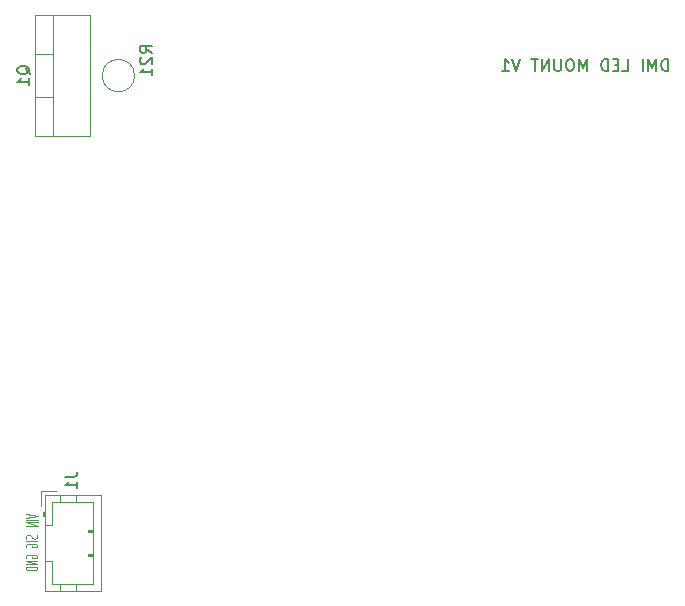
<source format=gbr>
%TF.GenerationSoftware,KiCad,Pcbnew,7.0.6*%
%TF.CreationDate,2024-08-08T10:20:05+01:00*%
%TF.ProjectId,DMI_LightBox,444d495f-4c69-4676-9874-426f782e6b69,rev?*%
%TF.SameCoordinates,Original*%
%TF.FileFunction,Legend,Bot*%
%TF.FilePolarity,Positive*%
%FSLAX46Y46*%
G04 Gerber Fmt 4.6, Leading zero omitted, Abs format (unit mm)*
G04 Created by KiCad (PCBNEW 7.0.6) date 2024-08-08 10:20:05*
%MOMM*%
%LPD*%
G01*
G04 APERTURE LIST*
%ADD10C,0.125000*%
%ADD11C,0.150000*%
%ADD12C,0.120000*%
G04 APERTURE END LIST*
D10*
X127699534Y-94246439D02*
X128699534Y-94413105D01*
X128699534Y-94413105D02*
X127699534Y-94579772D01*
X128699534Y-94746438D02*
X127699534Y-94746438D01*
X128699534Y-94984533D02*
X127699534Y-94984533D01*
X127699534Y-94984533D02*
X128699534Y-95270247D01*
X128699534Y-95270247D02*
X127699534Y-95270247D01*
D11*
X182035220Y-56765819D02*
X182035220Y-55765819D01*
X182035220Y-55765819D02*
X181797125Y-55765819D01*
X181797125Y-55765819D02*
X181654268Y-55813438D01*
X181654268Y-55813438D02*
X181559030Y-55908676D01*
X181559030Y-55908676D02*
X181511411Y-56003914D01*
X181511411Y-56003914D02*
X181463792Y-56194390D01*
X181463792Y-56194390D02*
X181463792Y-56337247D01*
X181463792Y-56337247D02*
X181511411Y-56527723D01*
X181511411Y-56527723D02*
X181559030Y-56622961D01*
X181559030Y-56622961D02*
X181654268Y-56718200D01*
X181654268Y-56718200D02*
X181797125Y-56765819D01*
X181797125Y-56765819D02*
X182035220Y-56765819D01*
X181035220Y-56765819D02*
X181035220Y-55765819D01*
X181035220Y-55765819D02*
X180701887Y-56480104D01*
X180701887Y-56480104D02*
X180368554Y-55765819D01*
X180368554Y-55765819D02*
X180368554Y-56765819D01*
X179892363Y-56765819D02*
X179892363Y-55765819D01*
X178178078Y-56765819D02*
X178654268Y-56765819D01*
X178654268Y-56765819D02*
X178654268Y-55765819D01*
X177844744Y-56242009D02*
X177511411Y-56242009D01*
X177368554Y-56765819D02*
X177844744Y-56765819D01*
X177844744Y-56765819D02*
X177844744Y-55765819D01*
X177844744Y-55765819D02*
X177368554Y-55765819D01*
X176939982Y-56765819D02*
X176939982Y-55765819D01*
X176939982Y-55765819D02*
X176701887Y-55765819D01*
X176701887Y-55765819D02*
X176559030Y-55813438D01*
X176559030Y-55813438D02*
X176463792Y-55908676D01*
X176463792Y-55908676D02*
X176416173Y-56003914D01*
X176416173Y-56003914D02*
X176368554Y-56194390D01*
X176368554Y-56194390D02*
X176368554Y-56337247D01*
X176368554Y-56337247D02*
X176416173Y-56527723D01*
X176416173Y-56527723D02*
X176463792Y-56622961D01*
X176463792Y-56622961D02*
X176559030Y-56718200D01*
X176559030Y-56718200D02*
X176701887Y-56765819D01*
X176701887Y-56765819D02*
X176939982Y-56765819D01*
X175178077Y-56765819D02*
X175178077Y-55765819D01*
X175178077Y-55765819D02*
X174844744Y-56480104D01*
X174844744Y-56480104D02*
X174511411Y-55765819D01*
X174511411Y-55765819D02*
X174511411Y-56765819D01*
X173844744Y-55765819D02*
X173654268Y-55765819D01*
X173654268Y-55765819D02*
X173559030Y-55813438D01*
X173559030Y-55813438D02*
X173463792Y-55908676D01*
X173463792Y-55908676D02*
X173416173Y-56099152D01*
X173416173Y-56099152D02*
X173416173Y-56432485D01*
X173416173Y-56432485D02*
X173463792Y-56622961D01*
X173463792Y-56622961D02*
X173559030Y-56718200D01*
X173559030Y-56718200D02*
X173654268Y-56765819D01*
X173654268Y-56765819D02*
X173844744Y-56765819D01*
X173844744Y-56765819D02*
X173939982Y-56718200D01*
X173939982Y-56718200D02*
X174035220Y-56622961D01*
X174035220Y-56622961D02*
X174082839Y-56432485D01*
X174082839Y-56432485D02*
X174082839Y-56099152D01*
X174082839Y-56099152D02*
X174035220Y-55908676D01*
X174035220Y-55908676D02*
X173939982Y-55813438D01*
X173939982Y-55813438D02*
X173844744Y-55765819D01*
X172987601Y-55765819D02*
X172987601Y-56575342D01*
X172987601Y-56575342D02*
X172939982Y-56670580D01*
X172939982Y-56670580D02*
X172892363Y-56718200D01*
X172892363Y-56718200D02*
X172797125Y-56765819D01*
X172797125Y-56765819D02*
X172606649Y-56765819D01*
X172606649Y-56765819D02*
X172511411Y-56718200D01*
X172511411Y-56718200D02*
X172463792Y-56670580D01*
X172463792Y-56670580D02*
X172416173Y-56575342D01*
X172416173Y-56575342D02*
X172416173Y-55765819D01*
X171939982Y-56765819D02*
X171939982Y-55765819D01*
X171939982Y-55765819D02*
X171368554Y-56765819D01*
X171368554Y-56765819D02*
X171368554Y-55765819D01*
X171035220Y-55765819D02*
X170463792Y-55765819D01*
X170749506Y-56765819D02*
X170749506Y-55765819D01*
X169511410Y-55765819D02*
X169178077Y-56765819D01*
X169178077Y-56765819D02*
X168844744Y-55765819D01*
X167987601Y-56765819D02*
X168559029Y-56765819D01*
X168273315Y-56765819D02*
X168273315Y-55765819D01*
X168273315Y-55765819D02*
X168368553Y-55908676D01*
X168368553Y-55908676D02*
X168463791Y-56003914D01*
X168463791Y-56003914D02*
X168559029Y-56051533D01*
D10*
X128601500Y-96062474D02*
X128649119Y-96133902D01*
X128649119Y-96133902D02*
X128649119Y-96252950D01*
X128649119Y-96252950D02*
X128601500Y-96300569D01*
X128601500Y-96300569D02*
X128553880Y-96324378D01*
X128553880Y-96324378D02*
X128458642Y-96348188D01*
X128458642Y-96348188D02*
X128363404Y-96348188D01*
X128363404Y-96348188D02*
X128268166Y-96324378D01*
X128268166Y-96324378D02*
X128220547Y-96300569D01*
X128220547Y-96300569D02*
X128172928Y-96252950D01*
X128172928Y-96252950D02*
X128125309Y-96157712D01*
X128125309Y-96157712D02*
X128077690Y-96110093D01*
X128077690Y-96110093D02*
X128030071Y-96086283D01*
X128030071Y-96086283D02*
X127934833Y-96062474D01*
X127934833Y-96062474D02*
X127839595Y-96062474D01*
X127839595Y-96062474D02*
X127744357Y-96086283D01*
X127744357Y-96086283D02*
X127696738Y-96110093D01*
X127696738Y-96110093D02*
X127649119Y-96157712D01*
X127649119Y-96157712D02*
X127649119Y-96276759D01*
X127649119Y-96276759D02*
X127696738Y-96348188D01*
X128649119Y-96562473D02*
X127649119Y-96562473D01*
X127696738Y-97062473D02*
X127649119Y-97014854D01*
X127649119Y-97014854D02*
X127649119Y-96943425D01*
X127649119Y-96943425D02*
X127696738Y-96871997D01*
X127696738Y-96871997D02*
X127791976Y-96824378D01*
X127791976Y-96824378D02*
X127887214Y-96800568D01*
X127887214Y-96800568D02*
X128077690Y-96776759D01*
X128077690Y-96776759D02*
X128220547Y-96776759D01*
X128220547Y-96776759D02*
X128411023Y-96800568D01*
X128411023Y-96800568D02*
X128506261Y-96824378D01*
X128506261Y-96824378D02*
X128601500Y-96871997D01*
X128601500Y-96871997D02*
X128649119Y-96943425D01*
X128649119Y-96943425D02*
X128649119Y-96991044D01*
X128649119Y-96991044D02*
X128601500Y-97062473D01*
X128601500Y-97062473D02*
X128553880Y-97086282D01*
X128553880Y-97086282D02*
X128220547Y-97086282D01*
X128220547Y-97086282D02*
X128220547Y-96991044D01*
X127696738Y-97999188D02*
X127649119Y-97951569D01*
X127649119Y-97951569D02*
X127649119Y-97880140D01*
X127649119Y-97880140D02*
X127696738Y-97808712D01*
X127696738Y-97808712D02*
X127791976Y-97761093D01*
X127791976Y-97761093D02*
X127887214Y-97737283D01*
X127887214Y-97737283D02*
X128077690Y-97713474D01*
X128077690Y-97713474D02*
X128220547Y-97713474D01*
X128220547Y-97713474D02*
X128411023Y-97737283D01*
X128411023Y-97737283D02*
X128506261Y-97761093D01*
X128506261Y-97761093D02*
X128601500Y-97808712D01*
X128601500Y-97808712D02*
X128649119Y-97880140D01*
X128649119Y-97880140D02*
X128649119Y-97927759D01*
X128649119Y-97927759D02*
X128601500Y-97999188D01*
X128601500Y-97999188D02*
X128553880Y-98022997D01*
X128553880Y-98022997D02*
X128220547Y-98022997D01*
X128220547Y-98022997D02*
X128220547Y-97927759D01*
X128649119Y-98237283D02*
X127649119Y-98237283D01*
X127649119Y-98237283D02*
X128649119Y-98522997D01*
X128649119Y-98522997D02*
X127649119Y-98522997D01*
X128649119Y-98761093D02*
X127649119Y-98761093D01*
X127649119Y-98761093D02*
X127649119Y-98880141D01*
X127649119Y-98880141D02*
X127696738Y-98951569D01*
X127696738Y-98951569D02*
X127791976Y-98999188D01*
X127791976Y-98999188D02*
X127887214Y-99022998D01*
X127887214Y-99022998D02*
X128077690Y-99046807D01*
X128077690Y-99046807D02*
X128220547Y-99046807D01*
X128220547Y-99046807D02*
X128411023Y-99022998D01*
X128411023Y-99022998D02*
X128506261Y-98999188D01*
X128506261Y-98999188D02*
X128601500Y-98951569D01*
X128601500Y-98951569D02*
X128649119Y-98880141D01*
X128649119Y-98880141D02*
X128649119Y-98761093D01*
D11*
X128035057Y-57054761D02*
X127987438Y-56959523D01*
X127987438Y-56959523D02*
X127892200Y-56864285D01*
X127892200Y-56864285D02*
X127749342Y-56721428D01*
X127749342Y-56721428D02*
X127701723Y-56626190D01*
X127701723Y-56626190D02*
X127701723Y-56530952D01*
X127939819Y-56578571D02*
X127892200Y-56483333D01*
X127892200Y-56483333D02*
X127796961Y-56388095D01*
X127796961Y-56388095D02*
X127606485Y-56340476D01*
X127606485Y-56340476D02*
X127273152Y-56340476D01*
X127273152Y-56340476D02*
X127082676Y-56388095D01*
X127082676Y-56388095D02*
X126987438Y-56483333D01*
X126987438Y-56483333D02*
X126939819Y-56578571D01*
X126939819Y-56578571D02*
X126939819Y-56769047D01*
X126939819Y-56769047D02*
X126987438Y-56864285D01*
X126987438Y-56864285D02*
X127082676Y-56959523D01*
X127082676Y-56959523D02*
X127273152Y-57007142D01*
X127273152Y-57007142D02*
X127606485Y-57007142D01*
X127606485Y-57007142D02*
X127796961Y-56959523D01*
X127796961Y-56959523D02*
X127892200Y-56864285D01*
X127892200Y-56864285D02*
X127939819Y-56769047D01*
X127939819Y-56769047D02*
X127939819Y-56578571D01*
X127939819Y-57959523D02*
X127939819Y-57388095D01*
X127939819Y-57673809D02*
X126939819Y-57673809D01*
X126939819Y-57673809D02*
X127082676Y-57578571D01*
X127082676Y-57578571D02*
X127177914Y-57483333D01*
X127177914Y-57483333D02*
X127225533Y-57388095D01*
X131026819Y-91106666D02*
X131741104Y-91106666D01*
X131741104Y-91106666D02*
X131883961Y-91059047D01*
X131883961Y-91059047D02*
X131979200Y-90963809D01*
X131979200Y-90963809D02*
X132026819Y-90820952D01*
X132026819Y-90820952D02*
X132026819Y-90725714D01*
X132026819Y-92106666D02*
X132026819Y-91535238D01*
X132026819Y-91820952D02*
X131026819Y-91820952D01*
X131026819Y-91820952D02*
X131169676Y-91725714D01*
X131169676Y-91725714D02*
X131264914Y-91630476D01*
X131264914Y-91630476D02*
X131312533Y-91535238D01*
X138333819Y-55237142D02*
X137857628Y-54903809D01*
X138333819Y-54665714D02*
X137333819Y-54665714D01*
X137333819Y-54665714D02*
X137333819Y-55046666D01*
X137333819Y-55046666D02*
X137381438Y-55141904D01*
X137381438Y-55141904D02*
X137429057Y-55189523D01*
X137429057Y-55189523D02*
X137524295Y-55237142D01*
X137524295Y-55237142D02*
X137667152Y-55237142D01*
X137667152Y-55237142D02*
X137762390Y-55189523D01*
X137762390Y-55189523D02*
X137810009Y-55141904D01*
X137810009Y-55141904D02*
X137857628Y-55046666D01*
X137857628Y-55046666D02*
X137857628Y-54665714D01*
X137429057Y-55618095D02*
X137381438Y-55665714D01*
X137381438Y-55665714D02*
X137333819Y-55760952D01*
X137333819Y-55760952D02*
X137333819Y-55999047D01*
X137333819Y-55999047D02*
X137381438Y-56094285D01*
X137381438Y-56094285D02*
X137429057Y-56141904D01*
X137429057Y-56141904D02*
X137524295Y-56189523D01*
X137524295Y-56189523D02*
X137619533Y-56189523D01*
X137619533Y-56189523D02*
X137762390Y-56141904D01*
X137762390Y-56141904D02*
X138333819Y-55570476D01*
X138333819Y-55570476D02*
X138333819Y-56189523D01*
X138333819Y-57141904D02*
X138333819Y-56570476D01*
X138333819Y-56856190D02*
X137333819Y-56856190D01*
X137333819Y-56856190D02*
X137476676Y-56760952D01*
X137476676Y-56760952D02*
X137571914Y-56665714D01*
X137571914Y-56665714D02*
X137619533Y-56570476D01*
D12*
%TO.C,Q1*%
X133126000Y-52030000D02*
X133126000Y-62270000D01*
X129995000Y-52030000D02*
X129995000Y-62270000D01*
X128485000Y-52030000D02*
X133126000Y-52030000D01*
X128485000Y-52030000D02*
X128485000Y-62270000D01*
X128485000Y-55300000D02*
X129995000Y-55300000D01*
X128485000Y-59001000D02*
X129995000Y-59001000D01*
X128485000Y-62270000D02*
X133126000Y-62270000D01*
%TO.C,J1*%
X128982415Y-92356584D02*
X130232415Y-92356584D01*
X134002415Y-92656584D02*
X134002415Y-100776584D01*
X131892415Y-92656584D02*
X131892415Y-93266584D01*
X130592415Y-92656584D02*
X130592415Y-93266584D01*
X129282415Y-92656584D02*
X134002415Y-92656584D01*
X133392415Y-93266584D02*
X133392415Y-100166584D01*
X129892415Y-93266584D02*
X133392415Y-93266584D01*
X128982415Y-93606584D02*
X128982415Y-92356584D01*
X129082415Y-94116584D02*
X129282415Y-94116584D01*
X129282415Y-94416584D02*
X129082415Y-94416584D01*
X129182415Y-94416584D02*
X129182415Y-94116584D01*
X129082415Y-94416584D02*
X129082415Y-94116584D01*
X129892415Y-95216584D02*
X129892415Y-93266584D01*
X129282415Y-95216584D02*
X129892415Y-95216584D01*
X133392415Y-95616584D02*
X132892415Y-95616584D01*
X132892415Y-95616584D02*
X132892415Y-95816584D01*
X133392415Y-95716584D02*
X132892415Y-95716584D01*
X132892415Y-95816584D02*
X133392415Y-95816584D01*
X133392415Y-97616584D02*
X132892415Y-97616584D01*
X132892415Y-97616584D02*
X132892415Y-97816584D01*
X133392415Y-97716584D02*
X132892415Y-97716584D01*
X132892415Y-97816584D02*
X133392415Y-97816584D01*
X129892415Y-98216584D02*
X129282415Y-98216584D01*
X133392415Y-100166584D02*
X129892415Y-100166584D01*
X129892415Y-100166584D02*
X129892415Y-98216584D01*
X134002415Y-100776584D02*
X129282415Y-100776584D01*
X131892415Y-100776584D02*
X131892415Y-100166584D01*
X130592415Y-100776584D02*
X130592415Y-100166584D01*
X129282415Y-100776584D02*
X129282415Y-92656584D01*
%TO.C,R21*%
X135509000Y-55780000D02*
X135509000Y-55710000D01*
X136879000Y-57150000D02*
G75*
G03*
X136879000Y-57150000I-1370000J0D01*
G01*
%TD*%
M02*

</source>
